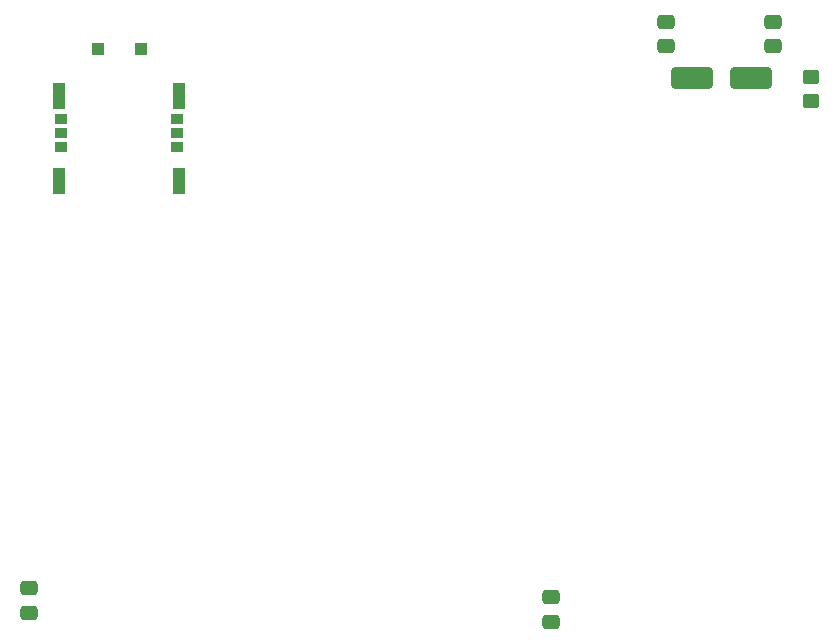
<source format=gbr>
%TF.GenerationSoftware,KiCad,Pcbnew,8.0.6*%
%TF.CreationDate,2025-01-11T15:36:53-06:00*%
%TF.ProjectId,babelfox,62616265-6c66-46f7-982e-6b696361645f,rev?*%
%TF.SameCoordinates,Original*%
%TF.FileFunction,Paste,Bot*%
%TF.FilePolarity,Positive*%
%FSLAX46Y46*%
G04 Gerber Fmt 4.6, Leading zero omitted, Abs format (unit mm)*
G04 Created by KiCad (PCBNEW 8.0.6) date 2025-01-11 15:36:53*
%MOMM*%
%LPD*%
G01*
G04 APERTURE LIST*
G04 Aperture macros list*
%AMRoundRect*
0 Rectangle with rounded corners*
0 $1 Rounding radius*
0 $2 $3 $4 $5 $6 $7 $8 $9 X,Y pos of 4 corners*
0 Add a 4 corners polygon primitive as box body*
4,1,4,$2,$3,$4,$5,$6,$7,$8,$9,$2,$3,0*
0 Add four circle primitives for the rounded corners*
1,1,$1+$1,$2,$3*
1,1,$1+$1,$4,$5*
1,1,$1+$1,$6,$7*
1,1,$1+$1,$8,$9*
0 Add four rect primitives between the rounded corners*
20,1,$1+$1,$2,$3,$4,$5,0*
20,1,$1+$1,$4,$5,$6,$7,0*
20,1,$1+$1,$6,$7,$8,$9,0*
20,1,$1+$1,$8,$9,$2,$3,0*%
G04 Aperture macros list end*
%ADD10RoundRect,0.250000X-0.475000X0.337500X-0.475000X-0.337500X0.475000X-0.337500X0.475000X0.337500X0*%
%ADD11RoundRect,0.250000X1.500000X0.650000X-1.500000X0.650000X-1.500000X-0.650000X1.500000X-0.650000X0*%
%ADD12RoundRect,0.250000X-0.450000X0.350000X-0.450000X-0.350000X0.450000X-0.350000X0.450000X0.350000X0*%
%ADD13RoundRect,0.250000X0.475000X-0.337500X0.475000X0.337500X-0.475000X0.337500X-0.475000X-0.337500X0*%
%ADD14R,1.092200X0.990600*%
%ADD15R,0.990600X2.311400*%
%ADD16R,0.990600X0.812800*%
G04 APERTURE END LIST*
D10*
%TO.C,C3*%
X157607000Y-129794000D03*
X157607000Y-127719000D03*
%TD*%
%TO.C,C2*%
X113411000Y-129053500D03*
X113411000Y-126978500D03*
%TD*%
D11*
%TO.C,D1*%
X169610400Y-83769200D03*
X174610400Y-83769200D03*
%TD*%
D12*
%TO.C,R7*%
X179679600Y-85674200D03*
X179679600Y-83674200D03*
%TD*%
D13*
%TO.C,C6*%
X176479200Y-78994000D03*
X176479200Y-81069000D03*
%TD*%
%TO.C,C5*%
X167386000Y-79001800D03*
X167386000Y-81076800D03*
%TD*%
D14*
%TO.C,U8*%
X122896400Y-81317398D03*
X119256400Y-81317398D03*
D15*
X126176400Y-92442398D03*
X126176400Y-85242400D03*
X115976400Y-85242400D03*
X115976400Y-92442398D03*
D16*
X116176400Y-89592398D03*
X116176400Y-88392398D03*
X125976400Y-89592398D03*
X116176400Y-87192398D03*
X125976400Y-88392398D03*
X125976400Y-87192398D03*
%TD*%
M02*

</source>
